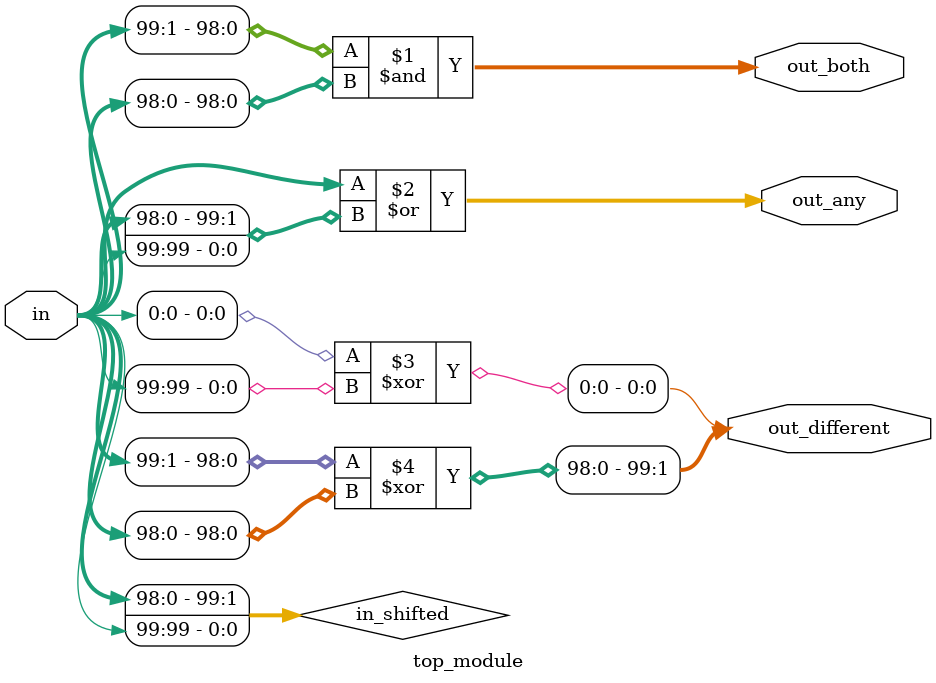
<source format=sv>
module top_module (
    input [99:0] in,
    output [98:0] out_both,
    output [99:0] out_any,
    output [99:0] out_different
);

    // shifted input signal
    wire [99:0] in_shifted;
    assign in_shifted = {in[98:0], in[99]};

    // Generate out_both
    assign out_both = in[99:1] & in[98:0];

    // Generate out_any
    assign out_any = in | in_shifted;

    // Generate out_different
    assign out_different[0] = in[0] ^ in[99];
    assign out_different[99:1] = in[99:1] ^ in[98:0];
    
endmodule

</source>
